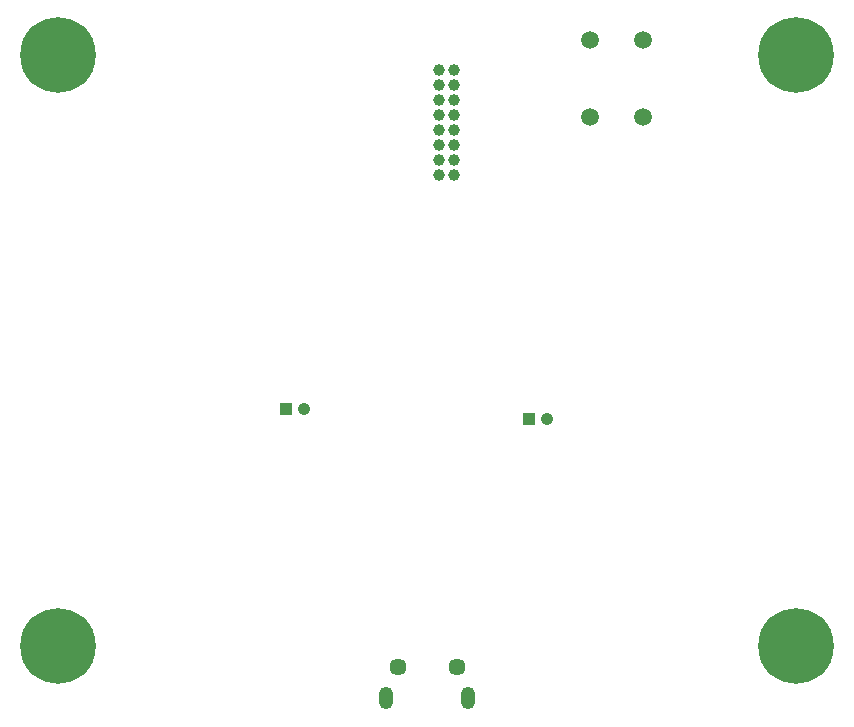
<source format=gbs>
G04 #@! TF.GenerationSoftware,KiCad,Pcbnew,(5.1.9)-1*
G04 #@! TF.CreationDate,2021-05-02T01:08:58+02:00*
G04 #@! TF.ProjectId,atmega32,61746d65-6761-4333-922e-6b696361645f,rev?*
G04 #@! TF.SameCoordinates,Original*
G04 #@! TF.FileFunction,Soldermask,Bot*
G04 #@! TF.FilePolarity,Negative*
%FSLAX46Y46*%
G04 Gerber Fmt 4.6, Leading zero omitted, Abs format (unit mm)*
G04 Created by KiCad (PCBNEW (5.1.9)-1) date 2021-05-02 01:08:58*
%MOMM*%
%LPD*%
G01*
G04 APERTURE LIST*
%ADD10C,1.500000*%
%ADD11R,1.050000X1.050000*%
%ADD12C,1.050000*%
%ADD13C,1.000000*%
%ADD14C,0.800000*%
%ADD15C,6.400000*%
%ADD16O,1.200000X1.900000*%
%ADD17C,1.450000*%
G04 APERTURE END LIST*
D10*
X147610000Y-102310000D03*
X147610000Y-95810000D03*
X152110000Y-102310000D03*
X152110000Y-95810000D03*
D11*
X121920000Y-127000000D03*
D12*
X123420000Y-127000000D03*
D11*
X142490000Y-127880000D03*
D12*
X143990000Y-127880000D03*
D13*
X136144000Y-107188000D03*
X134874000Y-107188000D03*
X136144000Y-105918000D03*
X134874000Y-105918000D03*
X136144000Y-104648000D03*
X134874000Y-104648000D03*
X136144000Y-103378000D03*
X134874000Y-103378000D03*
X136144000Y-102108000D03*
X134874000Y-102108000D03*
X136144000Y-100838000D03*
X134874000Y-100838000D03*
X136144000Y-99568000D03*
X134874000Y-99568000D03*
X136144000Y-98298000D03*
X134874000Y-98298000D03*
D14*
X166797056Y-145368944D03*
X165100000Y-144666000D03*
X163402944Y-145368944D03*
X162700000Y-147066000D03*
X163402944Y-148763056D03*
X165100000Y-149466000D03*
X166797056Y-148763056D03*
X167500000Y-147066000D03*
D15*
X165100000Y-147066000D03*
D14*
X166797056Y-95368944D03*
X165100000Y-94666000D03*
X163402944Y-95368944D03*
X162700000Y-97066000D03*
X163402944Y-98763056D03*
X165100000Y-99466000D03*
X166797056Y-98763056D03*
X167500000Y-97066000D03*
D15*
X165100000Y-97066000D03*
D14*
X104313056Y-145368944D03*
X102616000Y-144666000D03*
X100918944Y-145368944D03*
X100216000Y-147066000D03*
X100918944Y-148763056D03*
X102616000Y-149466000D03*
X104313056Y-148763056D03*
X105016000Y-147066000D03*
D15*
X102616000Y-147066000D03*
D14*
X104313056Y-95368944D03*
X102616000Y-94666000D03*
X100918944Y-95368944D03*
X100216000Y-97066000D03*
X100918944Y-98763056D03*
X102616000Y-99466000D03*
X104313056Y-98763056D03*
X105016000Y-97066000D03*
D15*
X102616000Y-97066000D03*
D16*
X137358000Y-151544000D03*
X130358000Y-151544000D03*
D17*
X136358000Y-148844000D03*
X131358000Y-148844000D03*
M02*

</source>
